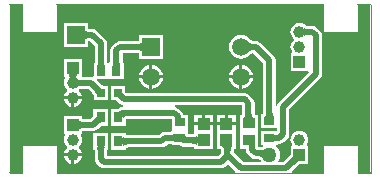
<source format=gtl>
G04*
G04 #@! TF.GenerationSoftware,Altium Limited,Altium Designer,20.0.10 (225)*
G04*
G04 Layer_Physical_Order=1*
G04 Layer_Color=255*
%FSLAX25Y25*%
%MOIN*%
G70*
G01*
G75*
%ADD15C,0.00300*%
%ADD16R,0.03150X0.03543*%
%ADD17R,0.03543X0.02559*%
%ADD18R,0.04134X0.03543*%
%ADD19R,0.02756X0.02756*%
%ADD20R,0.02953X0.03347*%
%ADD21R,0.04331X0.03937*%
%ADD22R,0.03347X0.02953*%
%ADD32C,0.02000*%
%ADD33C,0.03937*%
%ADD34R,0.03937X0.03937*%
%ADD35C,0.05906*%
%ADD36R,0.05906X0.05906*%
%ADD37C,0.05000*%
G36*
X120079Y0D02*
X116142D01*
Y9350D01*
X104331D01*
Y0D01*
X94091D01*
X93884Y500D01*
X95639Y2255D01*
X96002Y2592D01*
X96299Y2830D01*
X96559Y3011D01*
X96595Y3032D01*
X97334D01*
X97372Y3024D01*
X97410Y3032D01*
X99468D01*
Y8969D01*
X99248D01*
X99027Y9417D01*
X99093Y9503D01*
X99392Y10225D01*
X99494Y11000D01*
X99392Y11775D01*
X99093Y12497D01*
X98617Y13117D01*
X97997Y13593D01*
X97275Y13892D01*
X96500Y13994D01*
X95725Y13892D01*
X95003Y13593D01*
X94383Y13117D01*
X93907Y12497D01*
X93608Y11775D01*
X93506Y11000D01*
X93608Y10225D01*
X93907Y9503D01*
X93973Y9417D01*
X93752Y8969D01*
X93532D01*
Y6910D01*
X93524Y6872D01*
X93532Y6834D01*
Y6095D01*
X93511Y6059D01*
X93338Y5811D01*
X92849Y5233D01*
X91155Y3539D01*
X89589D01*
X89368Y3988D01*
X89557Y4235D01*
X89910Y5086D01*
X90030Y6000D01*
X89910Y6914D01*
X89557Y7765D01*
X88996Y8496D01*
X88465Y8904D01*
X88635Y9404D01*
X89272D01*
Y9640D01*
X89336Y9644D01*
X89828D01*
X90609Y9799D01*
X91270Y10242D01*
X92442Y11413D01*
X92442Y11413D01*
X92884Y12075D01*
X93039Y12855D01*
Y21155D01*
X103442Y31558D01*
X103884Y32220D01*
X104039Y33000D01*
Y45828D01*
X103884Y46609D01*
X103442Y47270D01*
X103442Y47270D01*
X102270Y48442D01*
X101609Y48884D01*
X100828Y49039D01*
X98992D01*
X98890Y49047D01*
X98790Y49063D01*
X98701Y49082D01*
X98637Y49101D01*
X98599Y49115D01*
X98568Y49139D01*
X98563Y49143D01*
X98561Y49144D01*
X97997Y49577D01*
X97275Y49876D01*
X96500Y49978D01*
X95725Y49876D01*
X95003Y49577D01*
X94383Y49101D01*
X93907Y48481D01*
X93608Y47759D01*
X93506Y46984D01*
X93608Y46209D01*
X93907Y45487D01*
X94383Y44867D01*
X94556Y44734D01*
Y44234D01*
X94383Y44101D01*
X93907Y43481D01*
X93608Y42759D01*
X93506Y41984D01*
X93608Y41209D01*
X93907Y40487D01*
X93973Y40401D01*
X93752Y39953D01*
X93532D01*
Y34016D01*
X99425D01*
X99748Y33631D01*
X89558Y23442D01*
X89116Y22780D01*
X89039Y22394D01*
X88539Y22443D01*
Y37500D01*
X88539Y37500D01*
X88384Y38280D01*
X87942Y38942D01*
X83446Y43438D01*
X82784Y43880D01*
X82004Y44035D01*
X81260D01*
X81168Y44046D01*
X80990Y44082D01*
X80818Y44133D01*
X80651Y44198D01*
X80486Y44278D01*
X80323Y44375D01*
X80161Y44490D01*
X79999Y44623D01*
X79879Y44738D01*
X79819Y44815D01*
X78993Y45449D01*
X78032Y45847D01*
X77000Y45983D01*
X75968Y45847D01*
X75007Y45449D01*
X74181Y44815D01*
X73547Y43990D01*
X73149Y43028D01*
X73013Y41996D01*
X73149Y40964D01*
X73547Y40003D01*
X74181Y39177D01*
X75007Y38543D01*
X75968Y38145D01*
X77000Y38009D01*
X78032Y38145D01*
X78993Y38543D01*
X79819Y39177D01*
X79879Y39255D01*
X79998Y39369D01*
X80161Y39503D01*
X80323Y39617D01*
X80486Y39714D01*
X80651Y39794D01*
X80818Y39859D01*
X80990Y39910D01*
X81168Y39946D01*
X81170Y39946D01*
X84461Y36655D01*
Y20135D01*
X84454Y20038D01*
X84425Y19806D01*
X84397Y19672D01*
X83728D01*
Y18698D01*
X83721Y18660D01*
X83728Y18621D01*
Y15113D01*
X88961D01*
Y13963D01*
X88365D01*
X88355Y13966D01*
X88324Y13963D01*
X88298D01*
X88260Y13971D01*
X88221Y13963D01*
X83728D01*
Y9404D01*
X84361D01*
X84502Y8907D01*
X84379Y8845D01*
X84247Y8789D01*
X84107Y8740D01*
X83958Y8697D01*
X83799Y8661D01*
X83642Y8634D01*
X83412Y8613D01*
X82741D01*
Y10020D01*
X82702Y10217D01*
Y13228D01*
X82702Y13563D01*
X82702Y14063D01*
Y19272D01*
X81639D01*
X81628Y19299D01*
X81588Y19451D01*
X81552Y19665D01*
X81539Y19813D01*
Y23328D01*
X81384Y24109D01*
X80942Y24770D01*
X80942Y24770D01*
X79770Y25942D01*
X79109Y26384D01*
X78328Y26539D01*
X38813D01*
X38346Y27006D01*
Y28878D01*
X33591D01*
Y24122D01*
X35463D01*
X36527Y23058D01*
X37188Y22616D01*
X37574Y22539D01*
X37525Y22039D01*
X37468D01*
X36688Y21884D01*
X36027Y21442D01*
X35856Y21272D01*
X33591D01*
Y15728D01*
X38740D01*
Y17860D01*
X38768Y17872D01*
X38920Y17912D01*
X39134Y17948D01*
X39282Y17961D01*
X53848D01*
Y17272D01*
X53887Y17075D01*
Y14654D01*
X53887Y14319D01*
X53887Y13827D01*
X53402Y13716D01*
X51677D01*
X51677Y13716D01*
X50897Y13561D01*
X50235Y13119D01*
X50235Y13119D01*
X49655Y12539D01*
X39204D01*
X39106Y12546D01*
X38875Y12575D01*
X38740Y12603D01*
Y13272D01*
X37766D01*
X37728Y13279D01*
X37690Y13272D01*
X33591D01*
Y7728D01*
X37690D01*
X37728Y7721D01*
X37766Y7728D01*
X38740D01*
Y8398D01*
X38859Y8422D01*
X39270Y8461D01*
X50500D01*
X51280Y8616D01*
X51942Y9058D01*
X52522Y9638D01*
X53507D01*
X53826Y9619D01*
X53887Y9612D01*
Y9201D01*
X54861D01*
X54899Y9193D01*
X54937Y9201D01*
X56423D01*
X56863Y8907D01*
X57643Y8752D01*
X60915D01*
X61056Y8740D01*
X61272Y8706D01*
X61425Y8666D01*
X61447Y8658D01*
Y7823D01*
X62421D01*
X62459Y7815D01*
X62498Y7823D01*
X62554D01*
X62571Y7821D01*
X62576Y7823D01*
X67778D01*
Y13335D01*
Y15803D01*
X61447D01*
Y12925D01*
X61425Y12916D01*
X61272Y12877D01*
X61056Y12842D01*
X60915Y12831D01*
X59776D01*
X59627Y12844D01*
X59413Y12879D01*
X59261Y12920D01*
X59233Y12931D01*
X59233Y14153D01*
X59233Y14654D01*
Y19272D01*
X57838D01*
X57771Y19609D01*
X57329Y20270D01*
X57329Y20270D01*
X56157Y21442D01*
X55496Y21884D01*
X55110Y21961D01*
X55159Y22461D01*
X77461D01*
Y19793D01*
X77450Y19658D01*
X77416Y19440D01*
X77377Y19283D01*
X77373Y19272D01*
X76568D01*
Y18300D01*
X76560Y18263D01*
X76568Y18224D01*
Y18156D01*
X76567Y18144D01*
X76568Y18141D01*
Y14063D01*
X76568Y13728D01*
X76568Y13228D01*
Y8020D01*
X78663D01*
Y7746D01*
X78818Y6965D01*
X79260Y6304D01*
X80431Y5132D01*
X80431Y5132D01*
X81093Y4690D01*
X81873Y4535D01*
X82832D01*
X82871Y4531D01*
X83004Y4505D01*
X83113Y4472D01*
X83203Y4435D01*
X83276Y4395D01*
X83337Y4352D01*
X83390Y4304D01*
X83436Y4251D01*
X83443Y4235D01*
X83491Y4172D01*
X83519Y4131D01*
X83533Y4118D01*
X83632Y3988D01*
X83411Y3539D01*
X77845D01*
X74539Y6845D01*
Y7333D01*
X74548Y7448D01*
X74579Y7674D01*
X74612Y7823D01*
X75338D01*
Y8797D01*
X75346Y8835D01*
X75338Y8873D01*
Y13335D01*
Y15803D01*
X69008D01*
Y13335D01*
Y7823D01*
X70358D01*
X70372Y7788D01*
X70412Y7638D01*
X70448Y7426D01*
X70461Y7279D01*
Y6516D01*
X69484Y5539D01*
X32299D01*
Y7351D01*
X32300Y7397D01*
X32323Y7636D01*
X32337Y7728D01*
X32835D01*
Y8702D01*
X32842Y8740D01*
X32835Y8778D01*
Y13272D01*
X27685D01*
Y8778D01*
X27677Y8740D01*
X27685Y8702D01*
Y7728D01*
X28183D01*
X28195Y7648D01*
X28221Y7283D01*
Y4672D01*
X28376Y3891D01*
X28818Y3230D01*
X29989Y2058D01*
X29989Y2058D01*
X30651Y1616D01*
X31431Y1461D01*
X70328D01*
X71109Y1616D01*
X71770Y2058D01*
X72664Y2952D01*
X75116Y500D01*
X74909Y-0D01*
X15748Y-0D01*
Y9350D01*
X3937D01*
Y-0D01*
X0D01*
X-0Y56102D01*
X3937D01*
Y46752D01*
X15748D01*
Y56102D01*
X104331Y56102D01*
Y46752D01*
X116142D01*
Y56102D01*
X120079D01*
X120079Y0D01*
D02*
G37*
G36*
X97976Y48303D02*
X98073Y48239D01*
X98184Y48183D01*
X98309Y48134D01*
X98449Y48093D01*
X98603Y48060D01*
X98773Y48034D01*
X99155Y48004D01*
X99367Y48000D01*
X99386Y46000D01*
X99173Y45996D01*
X98792Y45966D01*
X98623Y45939D01*
X98469Y45904D01*
X98329Y45862D01*
X98204Y45813D01*
X98094Y45755D01*
X97998Y45690D01*
X97917Y45618D01*
X97895Y48373D01*
X97976Y48303D01*
D02*
G37*
G36*
X79321Y43860D02*
X79541Y43679D01*
X79768Y43519D01*
X80001Y43380D01*
X80242Y43263D01*
X80489Y43167D01*
X80744Y43092D01*
X81006Y43039D01*
X81274Y43007D01*
X81550Y42996D01*
Y40996D01*
X81274Y40985D01*
X81006Y40953D01*
X80744Y40900D01*
X80489Y40825D01*
X80242Y40729D01*
X80001Y40612D01*
X79768Y40473D01*
X79541Y40313D01*
X79321Y40132D01*
X79109Y39929D01*
Y44063D01*
X79321Y43860D01*
D02*
G37*
G36*
X87507Y20280D02*
X87568Y19640D01*
X87621Y19380D01*
X87690Y19160D01*
X87773Y18980D01*
X87872Y18840D01*
X87986Y18740D01*
X88115Y18680D01*
X88260Y18660D01*
X84740D01*
X84885Y18680D01*
X85014Y18740D01*
X85128Y18840D01*
X85226Y18980D01*
X85310Y19160D01*
X85378Y19380D01*
X85432Y19640D01*
X85470Y19940D01*
X85492Y20280D01*
X85500Y20660D01*
X87500D01*
X87507Y20280D01*
D02*
G37*
G36*
X80510Y19878D02*
X80540Y19536D01*
X80590Y19235D01*
X80660Y18973D01*
X80750Y18752D01*
X80860Y18571D01*
X80990Y18430D01*
X81140Y18329D01*
X81310Y18268D01*
X81500Y18248D01*
X77580Y18260D01*
X77755Y18280D01*
X77911Y18340D01*
X78049Y18440D01*
X78169Y18580D01*
X78270Y18760D01*
X78353Y18980D01*
X78417Y19240D01*
X78463Y19540D01*
X78491Y19880D01*
X78500Y20260D01*
X80500D01*
X80510Y19878D01*
D02*
G37*
G36*
X39728Y19000D02*
X39347Y18990D01*
X39006Y18960D01*
X38704Y18910D01*
X38443Y18840D01*
X38222Y18750D01*
X38041Y18640D01*
X37900Y18510D01*
X37798Y18360D01*
X37737Y18190D01*
X37716Y18000D01*
X37728Y20260D01*
X37748Y20400D01*
X37808Y20526D01*
X37908Y20637D01*
X38048Y20733D01*
X38228Y20815D01*
X38448Y20881D01*
X38708Y20933D01*
X39008Y20970D01*
X39348Y20993D01*
X39728Y21000D01*
Y19000D01*
D02*
G37*
G36*
X88275Y12900D02*
X88322Y12855D01*
X88401Y12814D01*
X88511Y12780D01*
X88652Y12750D01*
X88824Y12726D01*
X89264Y12694D01*
X89828Y12684D01*
Y10684D01*
X89530Y10681D01*
X88652Y10617D01*
X88511Y10587D01*
X88401Y10552D01*
X88322Y10512D01*
X88275Y10467D01*
X88260Y10416D01*
Y12951D01*
X88275Y12900D01*
D02*
G37*
G36*
X54899Y10213D02*
X54879Y10301D01*
X54819Y10380D01*
X54719Y10450D01*
X54579Y10510D01*
X54399Y10561D01*
X54179Y10603D01*
X53919Y10635D01*
X53279Y10672D01*
X52899Y10677D01*
Y12677D01*
X53279Y12682D01*
X54179Y12752D01*
X54399Y12793D01*
X54579Y12844D01*
X54719Y12905D01*
X54819Y12974D01*
X54879Y13053D01*
X54899Y13141D01*
Y10213D01*
D02*
G37*
G36*
X58231Y12601D02*
X58292Y12431D01*
X58393Y12281D01*
X58534Y12151D01*
X58715Y12041D01*
X58936Y11951D01*
X59197Y11881D01*
X59499Y11831D01*
X59840Y11801D01*
X60221Y11791D01*
Y9791D01*
X58222Y10213D01*
X58210Y12791D01*
X58231Y12601D01*
D02*
G37*
G36*
X62459Y8835D02*
X62439Y9017D01*
X62379Y9179D01*
X62279Y9323D01*
X62139Y9447D01*
X61959Y9552D01*
X61739Y9638D01*
X61479Y9705D01*
X61179Y9753D01*
X60839Y9782D01*
X60459Y9791D01*
Y11791D01*
X60839Y11801D01*
X61179Y11830D01*
X61479Y11877D01*
X61739Y11944D01*
X61959Y12031D01*
X62139Y12136D01*
X62279Y12260D01*
X62379Y12404D01*
X62439Y12566D01*
X62459Y12748D01*
Y8835D01*
D02*
G37*
G36*
X37748Y12115D02*
X37808Y11986D01*
X37908Y11872D01*
X38048Y11773D01*
X38228Y11690D01*
X38448Y11621D01*
X38708Y11568D01*
X39008Y11530D01*
X39348Y11508D01*
X39728Y11500D01*
Y9500D01*
X39348Y9492D01*
X38708Y9432D01*
X38448Y9379D01*
X38228Y9310D01*
X38048Y9227D01*
X37908Y9128D01*
X37808Y9014D01*
X37748Y8885D01*
X37728Y8740D01*
Y12260D01*
X37748Y12115D01*
D02*
G37*
G36*
X81692Y9019D02*
X81694Y8980D01*
X81702Y7746D01*
X79702D01*
X79699Y7990D01*
X79656Y8569D01*
X79630Y8710D01*
X79599Y8826D01*
X79562Y8916D01*
X79519Y8980D01*
X79470Y9019D01*
X79416Y9032D01*
X81690D01*
X81692Y9019D01*
D02*
G37*
G36*
X74169Y8815D02*
X74029Y8755D01*
X73905Y8655D01*
X73798Y8515D01*
X73707Y8335D01*
X73632Y8115D01*
X73574Y7855D01*
X73533Y7555D01*
X73508Y7215D01*
X73500Y6835D01*
X71500D01*
X71490Y7215D01*
X71460Y7555D01*
X71410Y7855D01*
X71340Y8115D01*
X71250Y8335D01*
X71140Y8515D01*
X71010Y8655D01*
X70860Y8755D01*
X70690Y8815D01*
X70500Y8835D01*
X74326D01*
X74169Y8815D01*
D02*
G37*
G36*
X31716Y8720D02*
X31620Y8660D01*
X31536Y8560D01*
X31462Y8420D01*
X31400Y8240D01*
X31350Y8020D01*
X31310Y7760D01*
X31282Y7460D01*
X31260Y6740D01*
X29260D01*
X29254Y7120D01*
X29209Y7760D01*
X29170Y8020D01*
X29119Y8240D01*
X29057Y8420D01*
X28984Y8560D01*
X28900Y8660D01*
X28804Y8720D01*
X28697Y8740D01*
X31823D01*
X31716Y8720D01*
D02*
G37*
G36*
X84360Y4707D02*
X84248Y4871D01*
X84120Y5019D01*
X83976Y5149D01*
X83817Y5262D01*
X83642Y5357D01*
X83452Y5435D01*
X83247Y5496D01*
X83025Y5539D01*
X82789Y5565D01*
X82537Y5574D01*
X83058Y7574D01*
X83304Y7579D01*
X83774Y7622D01*
X83996Y7660D01*
X84211Y7709D01*
X84418Y7768D01*
X84616Y7838D01*
X84807Y7919D01*
X84990Y8011D01*
X85164Y8113D01*
X84360Y4707D01*
D02*
G37*
G36*
X97372Y4044D02*
X97216Y4157D01*
X97032Y4213D01*
X96820D01*
X96580Y4157D01*
X96311Y4044D01*
X96014Y3874D01*
X95689Y3647D01*
X95336Y3365D01*
X94543Y2629D01*
X93129Y4044D01*
X93525Y4454D01*
X94147Y5189D01*
X94374Y5514D01*
X94543Y5811D01*
X94657Y6080D01*
X94713Y6320D01*
Y6532D01*
X94657Y6716D01*
X94543Y6872D01*
X97372Y4044D01*
D02*
G37*
%LPC*%
G36*
X25937Y49953D02*
X18032D01*
Y42047D01*
X25937D01*
Y43861D01*
X25962Y43872D01*
X26114Y43912D01*
X26329Y43948D01*
X26478Y43961D01*
X26655D01*
X28319Y42297D01*
Y37053D01*
X28300Y36734D01*
X28293Y36673D01*
X27882D01*
Y35699D01*
X27874Y35661D01*
X27882Y35623D01*
Y32343D01*
X27382Y31955D01*
X26957Y32039D01*
X23968D01*
Y33005D01*
X23976Y33044D01*
X23968Y33082D01*
Y33138D01*
X23970Y33155D01*
X23968Y33160D01*
Y37969D01*
X18032D01*
Y33160D01*
X18030Y33155D01*
X18032Y33138D01*
Y33082D01*
X18024Y33044D01*
X18032Y33005D01*
Y32032D01*
X18252D01*
X18473Y31583D01*
X18407Y31497D01*
X18108Y30775D01*
X18006Y30000D01*
X18108Y29225D01*
X18407Y28503D01*
X18883Y27883D01*
X19056Y27750D01*
Y27250D01*
X18883Y27117D01*
X18407Y26497D01*
X18108Y25775D01*
X18072Y25500D01*
X21000D01*
X23928D01*
X23892Y25775D01*
X23593Y26497D01*
X23117Y27117D01*
X22944Y27250D01*
Y27750D01*
X23117Y27883D01*
X23120Y27887D01*
X23151Y27899D01*
X23214Y27918D01*
X23302Y27937D01*
X23401Y27953D01*
X23505Y27961D01*
X26112D01*
X27285Y26788D01*
X27393Y26662D01*
X27567Y26434D01*
X27713Y26215D01*
X27831Y26008D01*
X27922Y25812D01*
X27990Y25627D01*
X28035Y25454D01*
X28061Y25291D01*
X28073Y25080D01*
X28079Y25056D01*
Y24122D01*
X29053D01*
X29091Y24114D01*
X29118Y24120D01*
X29145Y24116D01*
X29169Y24122D01*
X32835D01*
Y27788D01*
X32841Y27812D01*
X32837Y27839D01*
X32842Y27866D01*
X32835Y27904D01*
Y28878D01*
X31901D01*
X31877Y28884D01*
X31666Y28895D01*
X31502Y28921D01*
X31329Y28967D01*
X31145Y29035D01*
X30949Y29126D01*
X30742Y29244D01*
X30536Y29381D01*
X30133Y29708D01*
X28976Y30865D01*
X29167Y31327D01*
X32500D01*
X32835Y31327D01*
X33335Y31327D01*
X37953D01*
Y35623D01*
X37960Y35661D01*
X37953Y35699D01*
Y36673D01*
X37551D01*
X37516Y37128D01*
Y39957D01*
X42506D01*
X42656Y39944D01*
X42870Y39908D01*
X43022Y39868D01*
X43047Y39857D01*
Y38043D01*
X50953D01*
Y45949D01*
X43047D01*
Y44135D01*
X43022Y44124D01*
X42870Y44084D01*
X42656Y44048D01*
X42506Y44035D01*
X36648D01*
X35868Y43880D01*
X35206Y43438D01*
X35206Y43438D01*
X34034Y42266D01*
X33592Y41605D01*
X33437Y40824D01*
Y37162D01*
X33148Y36673D01*
X32508Y36673D01*
X32397Y37159D01*
Y43142D01*
X32242Y43922D01*
X31800Y44584D01*
X28942Y47442D01*
X28280Y47884D01*
X27500Y48039D01*
X26478D01*
X26329Y48052D01*
X26114Y48088D01*
X25962Y48129D01*
X25937Y48139D01*
Y49953D01*
D02*
G37*
G36*
X77500Y35917D02*
Y32496D01*
X80921D01*
X80851Y33028D01*
X80453Y33990D01*
X79819Y34815D01*
X78993Y35449D01*
X78032Y35847D01*
X77500Y35917D01*
D02*
G37*
G36*
X76500D02*
X75968Y35847D01*
X75007Y35449D01*
X74181Y34815D01*
X73547Y33990D01*
X73149Y33028D01*
X73079Y32496D01*
X76500D01*
Y35917D01*
D02*
G37*
G36*
X47500D02*
Y32496D01*
X50921D01*
X50851Y33028D01*
X50453Y33990D01*
X49819Y34815D01*
X48993Y35449D01*
X48032Y35847D01*
X47500Y35917D01*
D02*
G37*
G36*
X46500D02*
X45968Y35847D01*
X45007Y35449D01*
X44181Y34815D01*
X43547Y33990D01*
X43149Y33028D01*
X43079Y32496D01*
X46500D01*
Y35917D01*
D02*
G37*
G36*
X80921Y31496D02*
X77500D01*
Y28075D01*
X78032Y28145D01*
X78993Y28543D01*
X79819Y29177D01*
X80453Y30003D01*
X80851Y30964D01*
X80921Y31496D01*
D02*
G37*
G36*
X76500D02*
X73079D01*
X73149Y30964D01*
X73547Y30003D01*
X74181Y29177D01*
X75007Y28543D01*
X75968Y28145D01*
X76500Y28075D01*
Y31496D01*
D02*
G37*
G36*
X50921D02*
X47500D01*
Y28075D01*
X48032Y28145D01*
X48993Y28543D01*
X49819Y29177D01*
X50453Y30003D01*
X50851Y30964D01*
X50921Y31496D01*
D02*
G37*
G36*
X46500D02*
X43079D01*
X43149Y30964D01*
X43547Y30003D01*
X44181Y29177D01*
X45007Y28543D01*
X45968Y28145D01*
X46500Y28075D01*
Y31496D01*
D02*
G37*
G36*
X23928Y24500D02*
X21500D01*
Y22072D01*
X21775Y22108D01*
X22497Y22407D01*
X23117Y22883D01*
X23593Y23503D01*
X23892Y24225D01*
X23928Y24500D01*
D02*
G37*
G36*
X20500D02*
X18072D01*
X18108Y24225D01*
X18407Y23503D01*
X18883Y22883D01*
X19503Y22407D01*
X20225Y22108D01*
X20500Y22072D01*
Y24500D01*
D02*
G37*
G36*
X32835Y21272D02*
X27685D01*
Y18920D01*
X26989Y18113D01*
X26915Y18039D01*
X24501D01*
X24360Y18051D01*
X24144Y18085D01*
X23991Y18125D01*
X23968Y18134D01*
Y18969D01*
X22995D01*
X22956Y18976D01*
X22918Y18969D01*
X22862D01*
X22845Y18970D01*
X22840Y18969D01*
X18032D01*
Y13032D01*
X18252D01*
X18473Y12583D01*
X18407Y12497D01*
X18108Y11775D01*
X18006Y11000D01*
X18108Y10225D01*
X18407Y9503D01*
X18883Y8883D01*
X19056Y8750D01*
Y8250D01*
X18883Y8117D01*
X18407Y7497D01*
X18108Y6775D01*
X18072Y6500D01*
X21000D01*
X23928D01*
X23892Y6775D01*
X23593Y7497D01*
X23117Y8117D01*
X22944Y8250D01*
Y8750D01*
X23117Y8883D01*
X23593Y9503D01*
X23892Y10225D01*
X23994Y11000D01*
X23892Y11775D01*
X23593Y12497D01*
X23527Y12583D01*
X23748Y13032D01*
X23968D01*
Y13866D01*
X23991Y13875D01*
X24144Y13915D01*
X24360Y13949D01*
X24501Y13961D01*
X27760D01*
X28540Y14116D01*
X29202Y14558D01*
X29901Y15257D01*
X30262Y15579D01*
X30421Y15706D01*
X30452Y15728D01*
X32835D01*
Y21272D01*
D02*
G37*
G36*
X75338Y19272D02*
X72673D01*
Y16803D01*
X75338D01*
Y19272D01*
D02*
G37*
G36*
X71673D02*
X69008D01*
Y16803D01*
X71673D01*
Y19272D01*
D02*
G37*
G36*
X67778D02*
X65113D01*
Y16803D01*
X67778D01*
Y19272D01*
D02*
G37*
G36*
X64113D02*
X61447D01*
Y16803D01*
X64113D01*
Y19272D01*
D02*
G37*
G36*
X23928Y5500D02*
X21500D01*
Y3072D01*
X21775Y3108D01*
X22497Y3407D01*
X23117Y3883D01*
X23593Y4503D01*
X23892Y5225D01*
X23928Y5500D01*
D02*
G37*
G36*
X20500D02*
X18072D01*
X18108Y5225D01*
X18407Y4503D01*
X18883Y3883D01*
X19503Y3407D01*
X20225Y3108D01*
X20500Y3072D01*
Y5500D01*
D02*
G37*
%LPD*%
G36*
X24933Y47810D02*
X24994Y47640D01*
X25094Y47490D01*
X25235Y47360D01*
X25416Y47250D01*
X25637Y47160D01*
X25899Y47090D01*
X26201Y47040D01*
X26543Y47010D01*
X26925Y47000D01*
Y45000D01*
X26543Y44990D01*
X26201Y44960D01*
X25899Y44910D01*
X25637Y44840D01*
X25416Y44750D01*
X25235Y44640D01*
X25094Y44510D01*
X24994Y44360D01*
X24933Y44190D01*
X24913Y44000D01*
Y48000D01*
X24933Y47810D01*
D02*
G37*
G36*
X44071Y39996D02*
X44051Y40186D01*
X43991Y40356D01*
X43890Y40506D01*
X43749Y40636D01*
X43568Y40746D01*
X43347Y40836D01*
X43085Y40906D01*
X42784Y40956D01*
X42441Y40986D01*
X42059Y40996D01*
Y42996D01*
X42441Y43006D01*
X42784Y43036D01*
X43085Y43086D01*
X43347Y43156D01*
X43568Y43246D01*
X43749Y43356D01*
X43890Y43486D01*
X43991Y43636D01*
X44051Y43806D01*
X44071Y43996D01*
Y39996D01*
D02*
G37*
G36*
X36481Y37281D02*
X36551Y36381D01*
X36593Y36161D01*
X36643Y35981D01*
X36704Y35841D01*
X36774Y35741D01*
X36852Y35681D01*
X36941Y35661D01*
X34012D01*
X34100Y35681D01*
X34179Y35741D01*
X34249Y35841D01*
X34309Y35981D01*
X34360Y36161D01*
X34402Y36381D01*
X34435Y36641D01*
X34472Y37281D01*
X34476Y37661D01*
X36476D01*
X36481Y37281D01*
D02*
G37*
G36*
X31363D02*
X31433Y36381D01*
X31474Y36161D01*
X31525Y35981D01*
X31586Y35841D01*
X31655Y35741D01*
X31734Y35681D01*
X31823Y35661D01*
X28894D01*
X28982Y35681D01*
X29061Y35741D01*
X29131Y35841D01*
X29191Y35981D01*
X29242Y36161D01*
X29284Y36381D01*
X29316Y36641D01*
X29354Y37281D01*
X29358Y37661D01*
X31358D01*
X31363Y37281D01*
D02*
G37*
G36*
X22775Y33024D02*
X22612Y32963D01*
X22469Y32864D01*
X22344Y32724D01*
X22239Y32544D01*
X22153Y32324D01*
X22086Y32063D01*
X22080Y32025D01*
X22095Y31959D01*
X22136Y31819D01*
X22185Y31694D01*
X22242Y31583D01*
X22306Y31487D01*
X22378Y31406D01*
X22009D01*
X22000Y31043D01*
X20000D01*
X19991Y31406D01*
X19622D01*
X19694Y31487D01*
X19758Y31583D01*
X19815Y31694D01*
X19864Y31819D01*
X19906Y31959D01*
X19920Y32025D01*
X19914Y32063D01*
X19847Y32324D01*
X19761Y32544D01*
X19656Y32724D01*
X19531Y32864D01*
X19388Y32963D01*
X19225Y33024D01*
X19044Y33044D01*
X22956D01*
X22775Y33024D01*
D02*
G37*
G36*
X22487Y31306D02*
X22583Y31242D01*
X22694Y31185D01*
X22819Y31136D01*
X22959Y31095D01*
X23113Y31060D01*
X23282Y31034D01*
X23466Y31015D01*
X23877Y31000D01*
Y29000D01*
X23664Y28996D01*
X23282Y28966D01*
X23113Y28940D01*
X22959Y28905D01*
X22819Y28864D01*
X22694Y28815D01*
X22583Y28758D01*
X22487Y28694D01*
X22406Y28622D01*
Y31378D01*
X22487Y31306D01*
D02*
G37*
G36*
X29373Y29011D02*
X29931Y28559D01*
X30207Y28375D01*
X30481Y28220D01*
X30753Y28092D01*
X31023Y27993D01*
X31292Y27922D01*
X31558Y27880D01*
X31823Y27866D01*
X29091Y25134D01*
X29077Y25399D01*
X29034Y25665D01*
X28964Y25933D01*
X28864Y26204D01*
X28737Y26476D01*
X28582Y26750D01*
X28398Y27026D01*
X28186Y27304D01*
X27945Y27584D01*
X27676Y27866D01*
X29091Y29280D01*
X29373Y29011D01*
D02*
G37*
G36*
X30375Y16752D02*
X30320Y16783D01*
X30235Y16775D01*
X30122Y16728D01*
X29978Y16643D01*
X29806Y16520D01*
X29604Y16358D01*
X29111Y15919D01*
X28500Y15326D01*
X27283Y16937D01*
X27590Y17249D01*
X28577Y18393D01*
X28665Y18539D01*
X28716Y18657D01*
X28731Y18748D01*
X28709Y18812D01*
X30375Y16752D01*
D02*
G37*
G36*
X22976Y17775D02*
X23036Y17612D01*
X23136Y17469D01*
X23277Y17344D01*
X23457Y17239D01*
X23676Y17153D01*
X23936Y17086D01*
X24237Y17038D01*
X24577Y17010D01*
X24957Y17000D01*
Y15000D01*
X24577Y14990D01*
X24237Y14962D01*
X23936Y14914D01*
X23676Y14847D01*
X23457Y14761D01*
X23277Y14656D01*
X23136Y14531D01*
X23036Y14388D01*
X22976Y14225D01*
X22956Y14043D01*
Y17956D01*
X22976Y17775D01*
D02*
G37*
D15*
X120229Y56102D02*
G03*
X120079Y56252I-150J0D01*
G01*
X120229Y56102D02*
G03*
X120079Y56252I-150J0D01*
G01*
X116142D02*
G03*
X115992Y56102I0J-150D01*
G01*
X116142Y56252D02*
G03*
X115992Y56102I0J-150D01*
G01*
X104481D02*
G03*
X104331Y56252I-150J0D01*
G01*
X104481Y56102D02*
G03*
X104331Y56252I-150J0D01*
G01*
X120079Y-150D02*
G03*
X120229Y0I0J150D01*
G01*
X120079Y-150D02*
G03*
X120229Y0I0J150D01*
G01*
X115992D02*
G03*
X116142Y-150I150J0D01*
G01*
X115992Y0D02*
G03*
X116142Y-150I150J0D01*
G01*
X104331D02*
G03*
X104481Y0I0J150D01*
G01*
X104331Y-150D02*
G03*
X104481Y0I0J150D01*
G01*
X15748Y56252D02*
G03*
X15598Y56102I0J-150D01*
G01*
X15748Y56252D02*
G03*
X15598Y56102I0J-150D01*
G01*
X4087D02*
G03*
X3937Y56252I-150J0D01*
G01*
X4087Y56102D02*
G03*
X3937Y56252I-150J0D01*
G01*
X-0D02*
G03*
X-150Y56102I0J-150D01*
G01*
X-0Y56252D02*
G03*
X-150Y56102I0J-150D01*
G01*
X15598Y-0D02*
G03*
X15748Y-150I150J0D01*
G01*
X15598Y-0D02*
G03*
X15748Y-150I150J0D01*
G01*
X3937D02*
G03*
X4087Y-0I0J150D01*
G01*
X3937Y-150D02*
G03*
X4087Y-0I0J150D01*
G01*
X-150D02*
G03*
X0Y-150I150J0D01*
G01*
X-150Y-0D02*
G03*
X0Y-150I150J0D01*
G01*
X116142Y56252D02*
X120079D01*
X104481Y46902D02*
X115992D01*
X104481D02*
Y56102D01*
X115992Y46902D02*
Y56102D01*
X120229D02*
X120229Y0D01*
X116142Y-150D02*
X120079D01*
X115992Y0D02*
Y9200D01*
X104481Y0D02*
Y9200D01*
X115992D01*
X15748Y56252D02*
X104331Y56252D01*
X15598Y46902D02*
Y56102D01*
X4087Y46902D02*
X15598D01*
X4087D02*
Y56102D01*
X-0Y56252D02*
X3937D01*
X4087Y9200D02*
X15598D01*
Y-0D02*
Y9200D01*
X15748Y-150D02*
X104331Y-150D01*
X4087Y-0D02*
Y9200D01*
X-150Y56102D02*
X-150Y-0D01*
X0Y-150D02*
X3937D01*
D16*
X30260Y10500D02*
D03*
X36165D02*
D03*
Y18500D02*
D03*
X30260D02*
D03*
D17*
X86500Y11683D02*
D03*
Y17392D02*
D03*
D18*
X79635Y16500D02*
D03*
Y10791D02*
D03*
D19*
X35969Y26500D02*
D03*
X30457D02*
D03*
D20*
X35476Y34000D02*
D03*
X30358D02*
D03*
D21*
X72173Y16303D02*
D03*
Y10791D02*
D03*
X64613Y16303D02*
D03*
Y10791D02*
D03*
D22*
X56560Y16795D02*
D03*
Y11677D02*
D03*
D32*
X96500Y46984D02*
X96516Y47000D01*
X100828D01*
X102000Y45828D01*
Y33000D02*
Y45828D01*
X80702Y7746D02*
Y10020D01*
Y7746D02*
X81873Y6574D01*
X85926D01*
X79500Y17272D02*
X79635Y17137D01*
Y16500D02*
Y17137D01*
X37969Y24500D02*
X78328D01*
X79500Y23328D01*
Y17272D02*
Y23328D01*
X35969Y26500D02*
X37969Y24500D01*
X91000Y22000D02*
X102000Y33000D01*
X91000Y12855D02*
Y22000D01*
X79635Y10791D02*
X79930D01*
X80702Y10020D01*
X85926Y6574D02*
X86500Y6000D01*
X72500D02*
X77000Y1500D01*
X92000D02*
X96500Y6000D01*
X77000Y1500D02*
X92000D01*
X70328Y3500D02*
X72500Y5672D01*
X30260Y4672D02*
Y10500D01*
Y4672D02*
X31431Y3500D01*
X70328D01*
X72173Y10791D02*
X72500Y10464D01*
Y6000D02*
Y10464D01*
Y5672D02*
Y6000D01*
X86500Y11683D02*
X89828D01*
X91000Y12855D01*
X35476Y34000D02*
Y40824D01*
X36648Y41996D01*
X47000D01*
X30358Y34000D02*
Y43142D01*
X27500Y46000D02*
X30358Y43142D01*
X21984Y46000D02*
X27500D01*
X51677Y11677D02*
X56560D01*
X50500Y10500D02*
X51677Y11677D01*
X36165Y10500D02*
X50500D01*
X55887Y17272D02*
Y18828D01*
X36165Y18697D02*
X37468Y20000D01*
X54716D01*
X55887Y18828D01*
Y17272D02*
X56363Y16795D01*
X56560D01*
X36165Y18500D02*
Y18697D01*
X21000Y30000D02*
Y35000D01*
X77000Y41996D02*
X82004D01*
X86500Y17392D02*
Y37500D01*
X82004Y41996D02*
X86500Y37500D01*
X57643Y10791D02*
X64613D01*
X21000Y16000D02*
X27760D01*
X29488Y17728D01*
X29685D01*
X30260Y18303D01*
Y18500D01*
X21000Y30000D02*
X26957D01*
X30457Y26500D01*
D33*
X96500Y16000D02*
D03*
Y11000D02*
D03*
Y46984D02*
D03*
Y41984D02*
D03*
X21000Y6000D02*
D03*
Y11000D02*
D03*
Y25000D02*
D03*
Y30000D02*
D03*
D34*
X96500Y6000D02*
D03*
Y36984D02*
D03*
X21000Y16000D02*
D03*
Y35000D02*
D03*
D35*
X77000Y31996D02*
D03*
Y41996D02*
D03*
X47000Y31996D02*
D03*
D36*
Y41996D02*
D03*
X21984Y46000D02*
D03*
D37*
X86500Y6000D02*
D03*
M02*

</source>
